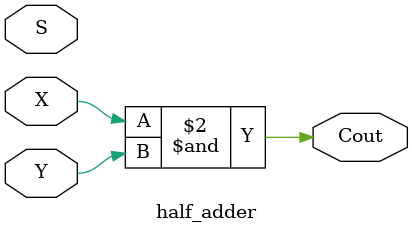
<source format=v>
`timescale 1ns / 1ps


module half_adder(
    input X, Y, S,
    output Cout
    );
    
    assign S = X ^ Y;
    assign Cout = X & Y;
    
endmodule

</source>
